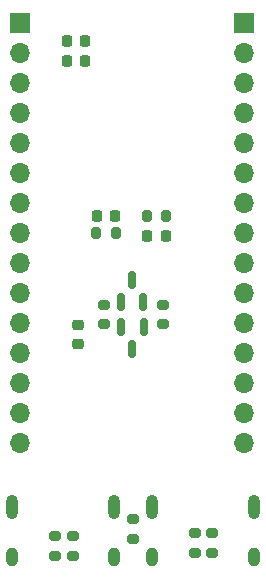
<source format=gbr>
%TF.GenerationSoftware,KiCad,Pcbnew,(6.0.9)*%
%TF.CreationDate,2022-11-21T22:18:44+02:00*%
%TF.ProjectId,esp32s2_devboard,65737033-3273-4325-9f64-6576626f6172,rev?*%
%TF.SameCoordinates,Original*%
%TF.FileFunction,Copper,L2,Bot*%
%TF.FilePolarity,Positive*%
%FSLAX46Y46*%
G04 Gerber Fmt 4.6, Leading zero omitted, Abs format (unit mm)*
G04 Created by KiCad (PCBNEW (6.0.9)) date 2022-11-21 22:18:44*
%MOMM*%
%LPD*%
G01*
G04 APERTURE LIST*
G04 Aperture macros list*
%AMRoundRect*
0 Rectangle with rounded corners*
0 $1 Rounding radius*
0 $2 $3 $4 $5 $6 $7 $8 $9 X,Y pos of 4 corners*
0 Add a 4 corners polygon primitive as box body*
4,1,4,$2,$3,$4,$5,$6,$7,$8,$9,$2,$3,0*
0 Add four circle primitives for the rounded corners*
1,1,$1+$1,$2,$3*
1,1,$1+$1,$4,$5*
1,1,$1+$1,$6,$7*
1,1,$1+$1,$8,$9*
0 Add four rect primitives between the rounded corners*
20,1,$1+$1,$2,$3,$4,$5,0*
20,1,$1+$1,$4,$5,$6,$7,0*
20,1,$1+$1,$6,$7,$8,$9,0*
20,1,$1+$1,$8,$9,$2,$3,0*%
G04 Aperture macros list end*
%TA.AperFunction,ComponentPad*%
%ADD10O,1.000000X2.100000*%
%TD*%
%TA.AperFunction,ComponentPad*%
%ADD11O,1.000000X1.600000*%
%TD*%
%TA.AperFunction,ComponentPad*%
%ADD12R,1.700000X1.700000*%
%TD*%
%TA.AperFunction,ComponentPad*%
%ADD13O,1.700000X1.700000*%
%TD*%
%TA.AperFunction,SMDPad,CuDef*%
%ADD14RoundRect,0.200000X-0.275000X0.200000X-0.275000X-0.200000X0.275000X-0.200000X0.275000X0.200000X0*%
%TD*%
%TA.AperFunction,SMDPad,CuDef*%
%ADD15RoundRect,0.150000X-0.150000X0.587500X-0.150000X-0.587500X0.150000X-0.587500X0.150000X0.587500X0*%
%TD*%
%TA.AperFunction,SMDPad,CuDef*%
%ADD16RoundRect,0.225000X-0.250000X0.225000X-0.250000X-0.225000X0.250000X-0.225000X0.250000X0.225000X0*%
%TD*%
%TA.AperFunction,SMDPad,CuDef*%
%ADD17RoundRect,0.200000X0.200000X0.275000X-0.200000X0.275000X-0.200000X-0.275000X0.200000X-0.275000X0*%
%TD*%
%TA.AperFunction,SMDPad,CuDef*%
%ADD18RoundRect,0.225000X-0.225000X-0.250000X0.225000X-0.250000X0.225000X0.250000X-0.225000X0.250000X0*%
%TD*%
%TA.AperFunction,SMDPad,CuDef*%
%ADD19RoundRect,0.150000X0.150000X-0.587500X0.150000X0.587500X-0.150000X0.587500X-0.150000X-0.587500X0*%
%TD*%
%TA.AperFunction,SMDPad,CuDef*%
%ADD20RoundRect,0.225000X0.225000X0.250000X-0.225000X0.250000X-0.225000X-0.250000X0.225000X-0.250000X0*%
%TD*%
%TA.AperFunction,SMDPad,CuDef*%
%ADD21RoundRect,0.200000X-0.200000X-0.275000X0.200000X-0.275000X0.200000X0.275000X-0.200000X0.275000X0*%
%TD*%
%TA.AperFunction,SMDPad,CuDef*%
%ADD22RoundRect,0.200000X0.275000X-0.200000X0.275000X0.200000X-0.275000X0.200000X-0.275000X-0.200000X0*%
%TD*%
G04 APERTURE END LIST*
D10*
%TO.P,J2,S1,SHIELD*%
%TO.N,unconnected-(J2-PadS1)*%
X152370000Y-90774999D03*
D11*
X161010000Y-94954999D03*
X152370000Y-94954999D03*
D10*
X161010000Y-90774999D03*
%TD*%
D12*
%TO.P,J4,1,Pin_1*%
%TO.N,/IO38*%
X172000000Y-49800000D03*
D13*
%TO.P,J4,2,Pin_2*%
%TO.N,/IO37*%
X172000000Y-52340000D03*
%TO.P,J4,3,Pin_3*%
%TO.N,/IO36*%
X172000000Y-54880000D03*
%TO.P,J4,4,Pin_4*%
%TO.N,/IO35*%
X172000000Y-57420000D03*
%TO.P,J4,5,Pin_5*%
%TO.N,/IO34*%
X172000000Y-59960000D03*
%TO.P,J4,6,Pin_6*%
%TO.N,/IO33*%
X172000000Y-62500000D03*
%TO.P,J4,7,Pin_7*%
%TO.N,/IO21*%
X172000000Y-65040000D03*
%TO.P,J4,8,Pin_8*%
%TO.N,/IO26*%
X172000000Y-67580000D03*
%TO.P,J4,9,Pin_9*%
%TO.N,/IO17*%
X172000000Y-70120000D03*
%TO.P,J4,10,Pin_10*%
%TO.N,unconnected-(J4-Pad10)*%
X172000000Y-72660000D03*
%TO.P,J4,11,Pin_11*%
%TO.N,unconnected-(J4-Pad11)*%
X172000000Y-75200000D03*
%TO.P,J4,12,Pin_12*%
%TO.N,unconnected-(J4-Pad12)*%
X172000000Y-77740000D03*
%TO.P,J4,13,Pin_13*%
%TO.N,unconnected-(J4-Pad13)*%
X172000000Y-80280000D03*
%TO.P,J4,14,Pin_14*%
%TO.N,unconnected-(J4-Pad14)*%
X172000000Y-82820000D03*
%TO.P,J4,15,Pin_15*%
%TO.N,unconnected-(J4-Pad15)*%
X172000000Y-85360000D03*
%TD*%
D11*
%TO.P,J1,S1,SHIELD*%
%TO.N,unconnected-(J1-PadS1)*%
X164180000Y-94954999D03*
D10*
X172820000Y-90774999D03*
X164180000Y-90774999D03*
D11*
X172820000Y-94954999D03*
%TD*%
D12*
%TO.P,J3,1,Pin_1*%
%TO.N,/IO1*%
X153000000Y-49800000D03*
D13*
%TO.P,J3,2,Pin_2*%
%TO.N,/IO2*%
X153000000Y-52340000D03*
%TO.P,J3,3,Pin_3*%
%TO.N,/IO3*%
X153000000Y-54880000D03*
%TO.P,J3,4,Pin_4*%
%TO.N,/IO4*%
X153000000Y-57420000D03*
%TO.P,J3,5,Pin_5*%
%TO.N,/IO5*%
X153000000Y-59960000D03*
%TO.P,J3,6,Pin_6*%
%TO.N,/IO6*%
X153000000Y-62500000D03*
%TO.P,J3,7,Pin_7*%
%TO.N,/IO7*%
X153000000Y-65040000D03*
%TO.P,J3,8,Pin_8*%
%TO.N,/IO8*%
X153000000Y-67580000D03*
%TO.P,J3,9,Pin_9*%
%TO.N,/IO9*%
X153000000Y-70120000D03*
%TO.P,J3,10,Pin_10*%
%TO.N,/IO10*%
X153000000Y-72660000D03*
%TO.P,J3,11,Pin_11*%
%TO.N,/IO11*%
X153000000Y-75200000D03*
%TO.P,J3,12,Pin_12*%
%TO.N,/IO12*%
X153000000Y-77740000D03*
%TO.P,J3,13,Pin_13*%
%TO.N,/IO13*%
X153000000Y-80280000D03*
%TO.P,J3,14,Pin_14*%
%TO.N,/IO14*%
X153000000Y-82820000D03*
%TO.P,J3,15,Pin_15*%
%TO.N,/IO18*%
X153000000Y-85360000D03*
%TD*%
D14*
%TO.P,R9,1*%
%TO.N,/RTS*%
X160100000Y-73625000D03*
%TO.P,R9,2*%
%TO.N,Net-(Q2-Pad1)*%
X160100000Y-75275000D03*
%TD*%
%TO.P,R6,1*%
%TO.N,+3V3*%
X162560000Y-91792499D03*
%TO.P,R6,2*%
%TO.N,Net-(D3-Pad2)*%
X162560000Y-93442499D03*
%TD*%
%TO.P,R4,1*%
%TO.N,Net-(J2-PadB5)*%
X157500000Y-93229999D03*
%TO.P,R4,2*%
%TO.N,GND*%
X157500000Y-94879999D03*
%TD*%
%TO.P,R3,1*%
%TO.N,Net-(J2-PadA5)*%
X156000000Y-93229999D03*
%TO.P,R3,2*%
%TO.N,GND*%
X156000000Y-94879999D03*
%TD*%
D15*
%TO.P,Q2,1,B*%
%TO.N,Net-(Q2-Pad1)*%
X161600000Y-75512501D03*
%TO.P,Q2,2,E*%
%TO.N,/DTR*%
X163500000Y-75512501D03*
%TO.P,Q2,3,C*%
%TO.N,GPIO0*%
X162550000Y-77387501D03*
%TD*%
D14*
%TO.P,R1,1*%
%TO.N,Net-(J1-PadA5)*%
X167820000Y-92979999D03*
%TO.P,R1,2*%
%TO.N,GND*%
X167820000Y-94629999D03*
%TD*%
D16*
%TO.P,C5,1*%
%TO.N,+3V3*%
X157900000Y-75375000D03*
%TO.P,C5,2*%
%TO.N,GND*%
X157900000Y-76925000D03*
%TD*%
D14*
%TO.P,R2,1*%
%TO.N,Net-(J1-PadB5)*%
X169320000Y-92979999D03*
%TO.P,R2,2*%
%TO.N,GND*%
X169320000Y-94629999D03*
%TD*%
D17*
%TO.P,R7,1*%
%TO.N,+3V3*%
X161120000Y-67569999D03*
%TO.P,R7,2*%
%TO.N,GPIO0*%
X159470000Y-67569999D03*
%TD*%
D18*
%TO.P,C2,1*%
%TO.N,+3V3*%
X156975000Y-52950001D03*
%TO.P,C2,2*%
%TO.N,GND*%
X158525000Y-52950001D03*
%TD*%
%TO.P,C7,1*%
%TO.N,GPIO0*%
X159520000Y-66069999D03*
%TO.P,C7,2*%
%TO.N,GND*%
X161070000Y-66069999D03*
%TD*%
%TO.P,C4,1*%
%TO.N,RESET*%
X163820000Y-67819999D03*
%TO.P,C4,2*%
%TO.N,GND*%
X165370000Y-67819999D03*
%TD*%
D19*
%TO.P,Q1,1,B*%
%TO.N,Net-(Q1-Pad1)*%
X163450000Y-73387501D03*
%TO.P,Q1,2,E*%
%TO.N,/RTS*%
X161550000Y-73387501D03*
%TO.P,Q1,3,C*%
%TO.N,RESET*%
X162500000Y-71512501D03*
%TD*%
D20*
%TO.P,C1,1*%
%TO.N,GND*%
X158525000Y-51250000D03*
%TO.P,C1,2*%
%TO.N,+3V3*%
X156975000Y-51250000D03*
%TD*%
D21*
%TO.P,R5,1*%
%TO.N,+3V3*%
X163770000Y-66069999D03*
%TO.P,R5,2*%
%TO.N,RESET*%
X165420000Y-66069999D03*
%TD*%
D22*
%TO.P,R8,1*%
%TO.N,/DTR*%
X165100000Y-75275000D03*
%TO.P,R8,2*%
%TO.N,Net-(Q1-Pad1)*%
X165100000Y-73625000D03*
%TD*%
M02*

</source>
